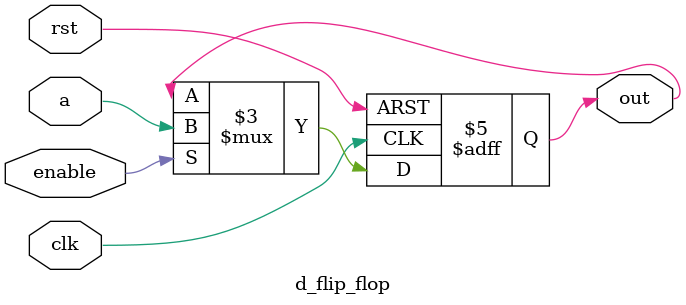
<source format=v>
`timescale 1ns / 1ps

//D flip-flop module
module d_flip_flop(
    input a,
    input clk,
    input enable,
    input rst,
    output reg out
    );
    always @(posedge clk or posedge rst)
    begin
        if(rst)
        begin
            out = 0; //output initially is 0 because addition is performed
        end
        else if(enable)
            out = a; //if enabled, out = a
    end
endmodule

</source>
